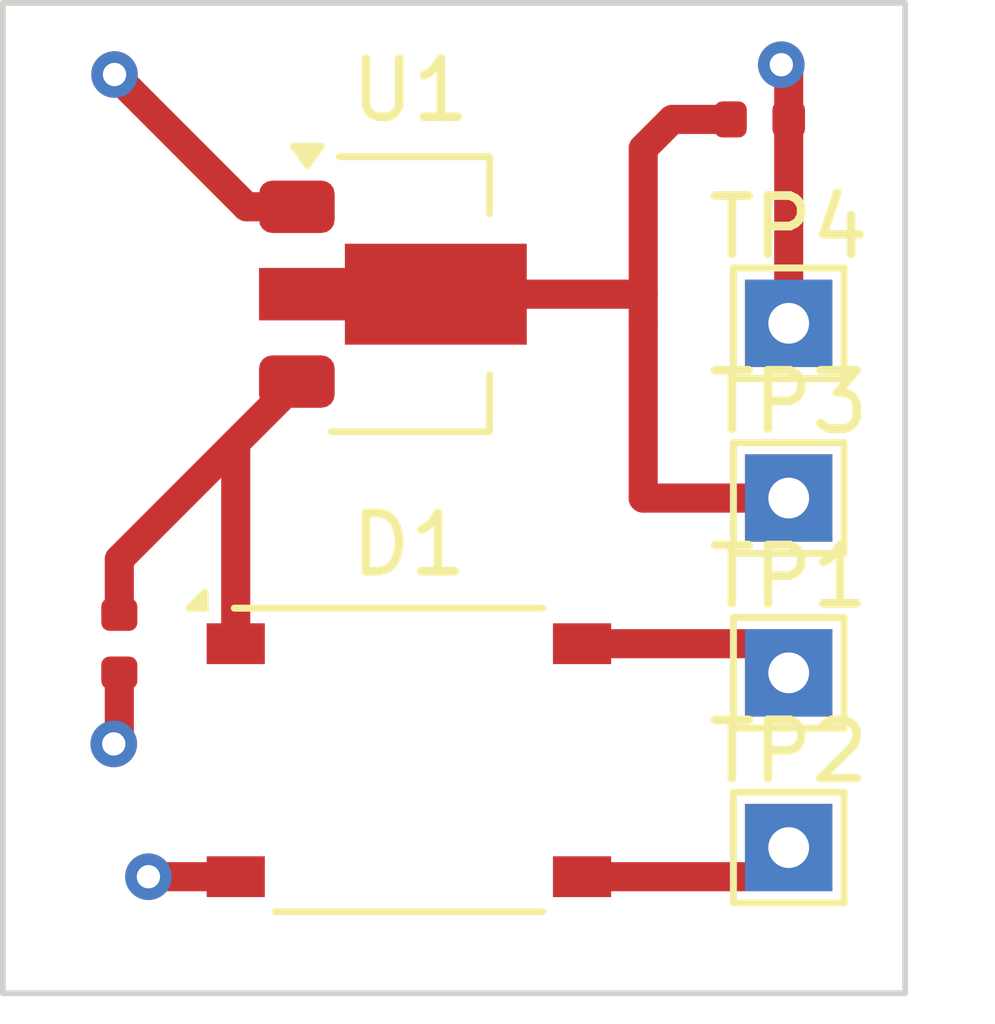
<source format=kicad_pcb>
(kicad_pcb (version 20241229) (generator "pcbnew") (generator_version "9.0")
  (layers (0 "F.Cu" signal) (2 "B.Cu" signal) (13 "F.Paste" user) (15 "B.Paste" user) (5 "F.SilkS" user "F.Silkscreen") (7 "B.SilkS" user "B.Silkscreen") (1 "F.Mask" user) (3 "B.Mask" user) (25 "Edge.Cuts" user))
  (net 0 "")
  (net 1 "GND")
  (net 2 "Net-(U1-VO)")
  (net 3 "Net-(D1-+)")
  (net 4 "Net-(D1-Pad3)")
  (net 5 "Net-(D1-Pad4)")
  (footprint "TestPoint:TestPoint_THTPad_1.5x1.5mm_Drill0.7mm" (layer "F.Cu") (at 96.5 45)
    (property "Reference" "TP4" (at 0 -1.648 0) (layer "F.SilkS"))
    (property "Value" "TestPoint")
    (fp_line (start -0.95 -0.95) (end 0.95 -0.95) (stroke (width 0.12)) (layer "F.SilkS"))
    (fp_line (start -0.95 0.95) (end -0.95 -0.95) (stroke (width 0.12)) (layer "F.SilkS"))
    (fp_line (start 0.95 -0.95) (end 0.95 0.95) (stroke (width 0.12)) (layer "F.SilkS"))
    (fp_line (start 0.95 0.95) (end -0.95 0.95) (stroke (width 0.12)) (layer "F.SilkS"))
    (pad "1" thru_hole rect (at 0 0) (size 1.5 1.5) (drill 0.7) (layers "*.Cu" "*.Mask") (net 1 "GND"))
  )
  (footprint "TestPoint:TestPoint_THTPad_1.5x1.5mm_Drill0.7mm" (layer "F.Cu") (at 96.5 48)
    (property "Reference" "TP3" (at 0 -1.648 0) (layer "F.SilkS"))
    (property "Value" "TestPoint")
    (fp_line (start -0.95 -0.95) (end 0.95 -0.95) (stroke (width 0.12)) (layer "F.SilkS"))
    (fp_line (start -0.95 0.95) (end -0.95 -0.95) (stroke (width 0.12)) (layer "F.SilkS"))
    (fp_line (start 0.95 -0.95) (end 0.95 0.95) (stroke (width 0.12)) (layer "F.SilkS"))
    (fp_line (start 0.95 0.95) (end -0.95 0.95) (stroke (width 0.12)) (layer "F.SilkS"))
    (pad "1" thru_hole rect (at 0 0) (size 1.5 1.5) (drill 0.7) (layers "*.Cu" "*.Mask") (net 2 "Net-(U1-VO)"))
  )
  (footprint "TestPoint:TestPoint_THTPad_1.5x1.5mm_Drill0.7mm" (layer "F.Cu") (at 96.5 54)
    (property "Reference" "TP2" (at 0 -1.648 0) (layer "F.SilkS"))
    (property "Value" "TestPoint")
    (fp_line (start -0.95 -0.95) (end 0.95 -0.95) (stroke (width 0.12)) (layer "F.SilkS"))
    (fp_line (start -0.95 0.95) (end -0.95 -0.95) (stroke (width 0.12)) (layer "F.SilkS"))
    (fp_line (start 0.95 -0.95) (end 0.95 0.95) (stroke (width 0.12)) (layer "F.SilkS"))
    (fp_line (start 0.95 0.95) (end -0.95 0.95) (stroke (width 0.12)) (layer "F.SilkS"))
    (pad "1" thru_hole rect (at 0 0) (size 1.5 1.5) (drill 0.7) (layers "*.Cu" "*.Mask") (net 4 "Net-(D1-Pad3)"))
  )
  (footprint "Package_TO_SOT_SMD:SOT-89-3" (layer "F.Cu") (at 90 44.5)
    (property "Reference" "U1" (at 0 -3.5 0) (layer "F.SilkS"))
    (property "Value" "AMS1117-3.3")
    (fp_line (start -1.22 -2.36) (end 1.36 -2.36) (stroke (width 0.12)) (layer "F.SilkS"))
    (fp_line (start 1.36 -1.38) (end 1.36 -2.36) (stroke (width 0.12)) (layer "F.SilkS"))
    (fp_line (start 1.36 1.38) (end 1.36 2.36) (stroke (width 0.12)) (layer "F.SilkS"))
    (fp_line (start 1.36 2.36) (end -1.36 2.36) (stroke (width 0.12)) (layer "F.SilkS"))
    (fp_poly (pts (xy -1.77 -2.21) (xy -2.01 -2.54) (xy -1.53 -2.54) (xy -1.77 -2.21)) (stroke (width 0.12)) (fill yes) (layer "F.SilkS"))
    (pad "1" smd roundrect (at -1.95 -1.5) (size 1.3 0.9) (layers "F.Cu" "F.Mask" "F.Paste") (net 1 "GND"))
    (pad "2" smd custom (at -1.8625 0) (size 1.475 0.9) (layers "F.Cu" "F.Mask" "F.Paste") (net 2 "Net-(U1-VO)") (options (clearance outline) (anchor rect)) (primitives (gr_poly (pts (xy 3.8625 0.8665) (xy 0.7375 0.8665) (xy 0.7375 -0.8665) (xy 3.8625 -0.8665)) (width 0) (fill yes))))
    (pad "3" smd roundrect (at -1.95 1.5) (size 1.3 0.9) (layers "F.Cu" "F.Mask" "F.Paste") (net 3 "Net-(D1-+)"))
  )
  (footprint "PCM_JLCPCB:C_0402" (layer "F.Cu") (at 96 41.5)
    (property "Reference" "C2" (hide yes))
    (property "Value" "10uF")
    (pad "1" smd roundrect (at -0.5 0) (size 0.56 0.62) (layers "F.Cu" "F.Mask" "F.Paste") (net 2 "Net-(U1-VO)"))
    (pad "2" smd roundrect (at 0.5 0) (size 0.56 0.62) (layers "F.Cu" "F.Mask" "F.Paste") (net 1 "GND"))
  )
  (footprint "Diode_SMD:Diode_Bridge_Diotec_ABS" (layer "F.Cu") (at 89.975 52.5)
    (property "Reference" "D1" (at 0 -3.7 0) (layer "F.SilkS"))
    (property "Value" "ABS2")
    (fp_line (start 2.3 -2.61) (end -3 -2.61) (stroke (width 0.12)) (layer "F.SilkS"))
    (fp_line (start 2.3 2.6) (end -2.3 2.6) (stroke (width 0.12)) (layer "F.SilkS"))
    (fp_poly (pts (xy -3.5 -2.61) (xy -3.78 -2.61) (xy -3.5 -2.89) (xy -3.5 -2.61)) (stroke (width 0.12)) (fill yes) (layer "F.SilkS"))
    (pad "1" smd rect (at -2.975 -2) (size 1 0.7) (layers "F.Cu" "F.Mask" "F.Paste") (net 3 "Net-(D1-+)"))
    (pad "2" smd rect (at -2.975 2) (size 1 0.7) (layers "F.Cu" "F.Mask" "F.Paste") (net 1 "GND"))
    (pad "3" smd rect (at 2.975 2) (size 1 0.7) (layers "F.Cu" "F.Mask" "F.Paste") (net 4 "Net-(D1-Pad3)"))
    (pad "4" smd rect (at 2.975 -2) (size 1 0.7) (layers "F.Cu" "F.Mask" "F.Paste") (net 5 "Net-(D1-Pad4)"))
  )
  (footprint "PCM_JLCPCB:C_0402" (layer "F.Cu") (at 85 50.5 -90)
    (property "Reference" "C1" (hide yes))
    (property "Value" "100nF")
    (pad "1" smd roundrect (at -0.5 0 270) (size 0.56 0.62) (layers "F.Cu" "F.Mask" "F.Paste") (net 3 "Net-(D1-+)"))
    (pad "2" smd roundrect (at 0.5 0 270) (size 0.56 0.62) (layers "F.Cu" "F.Mask" "F.Paste") (net 1 "GND"))
  )
  (footprint "TestPoint:TestPoint_THTPad_1.5x1.5mm_Drill0.7mm" (layer "F.Cu") (at 96.5 51)
    (property "Reference" "TP1" (at 0 -1.648 0) (layer "F.SilkS"))
    (property "Value" "TestPoint")
    (fp_line (start -0.95 -0.95) (end 0.95 -0.95) (stroke (width 0.12)) (layer "F.SilkS"))
    (fp_line (start -0.95 0.95) (end -0.95 -0.95) (stroke (width 0.12)) (layer "F.SilkS"))
    (fp_line (start 0.95 -0.95) (end 0.95 0.95) (stroke (width 0.12)) (layer "F.SilkS"))
    (fp_line (start 0.95 0.95) (end -0.95 0.95) (stroke (width 0.12)) (layer "F.SilkS"))
    (pad "1" thru_hole rect (at 0 0) (size 1.5 1.5) (drill 0.7) (layers "*.Cu" "*.Mask") (net 5 "Net-(D1-Pad4)"))
  )
  (gr_rect (start 83 39.5) (end 98.5 56.5) (stroke (width 0.1)) (fill no) (layer "Edge.Cuts"))
  (segment (start 84.9046 52.2202) (end 85 52.1248) (width 0.25) (layer "F.Cu") (net 1))
  (segment (start 87.1882 43) (end 84.9175 40.7293) (width 0.5) (layer "F.Cu") (net 1))
  (segment (start 87 54.5) (end 85.5 54.5) (width 0.5) (layer "F.Cu") (net 1))
  (segment (start 88.05 43) (end 87.1882 43) (width 0.5) (layer "F.Cu") (net 1))
  (segment (start 84.9046 52.2202) (end 85 52.1248) (width 0.25) (layer "F.Cu") (net 1))
  (segment (start 85 52.1248) (end 85 51) (width 0.5) (layer "F.Cu") (net 1))
  (segment (start 85 52.1248) (end 84.9046 52.2202) (width 0.25) (layer "F.Cu") (net 1))
  (segment (start 96.5 45) (end 96.5 41.5) (width 0.5) (layer "F.Cu") (net 1))
  (segment (start 96.3731 40.5611) (end 96.5 40.688) (width 0.25) (layer "F.Cu") (net 1))
  (segment (start 96.5 40.688) (end 96.5 41.5) (width 0.5) (layer "F.Cu") (net 1))
  (via (at 84.9046 52.2202) (size 0.8) (drill 0.4) (layers "F.Cu" "B.Cu") (net 1))
  (via (at 85.5 54.5) (size 0.8) (drill 0.4) (layers "F.Cu" "B.Cu") (net 1))
  (via (at 96.3731 40.5611) (size 0.8) (drill 0.4) (layers "F.Cu" "B.Cu") (net 1))
  (via (at 84.9175 40.7293) (size 0.8) (drill 0.4) (layers "F.Cu" "B.Cu") (net 1))
  (segment (start 94 42) (end 94 44.5) (width 0.5) (layer "F.Cu") (net 2))
  (segment (start 95.5 41.5) (end 94.5 41.5) (width 0.5) (layer "F.Cu") (net 2))
  (segment (start 88.1375 44.5) (end 94 44.5) (width 0.5) (layer "F.Cu") (net 2))
  (segment (start 94 44.5) (end 94 45) (width 0.5) (layer "F.Cu") (net 2))
  (segment (start 94 48) (end 94 45) (width 0.5) (layer "F.Cu") (net 2))
  (segment (start 94.5 41.5) (end 94 42) (width 0.5) (layer "F.Cu") (net 2))
  (segment (start 96.5 48) (end 94 48) (width 0.5) (layer "F.Cu") (net 2))
  (segment (start 87 50.5) (end 87 47.05) (width 0.5) (layer "F.Cu") (net 3))
  (segment (start 87 47.05) (end 88.05 46) (width 0.25) (layer "F.Cu") (net 3))
  (segment (start 88.05 46) (end 85 49.05) (width 0.5) (layer "F.Cu") (net 3))
  (segment (start 85 49.05) (end 85 50) (width 0.5) (layer "F.Cu") (net 3))
  (segment (start 92.95 54.5) (end 96 54.5) (width 0.5) (layer "F.Cu") (net 4))
  (segment (start 96 54.5) (end 96.5 54) (width 0.25) (layer "F.Cu") (net 4))
  (segment (start 96 50.5) (end 96.5 51) (width 0.25) (layer "F.Cu") (net 5))
  (segment (start 92.95 50.5) (end 96 50.5) (width 0.5) (layer "F.Cu") (net 5))
)
</source>
